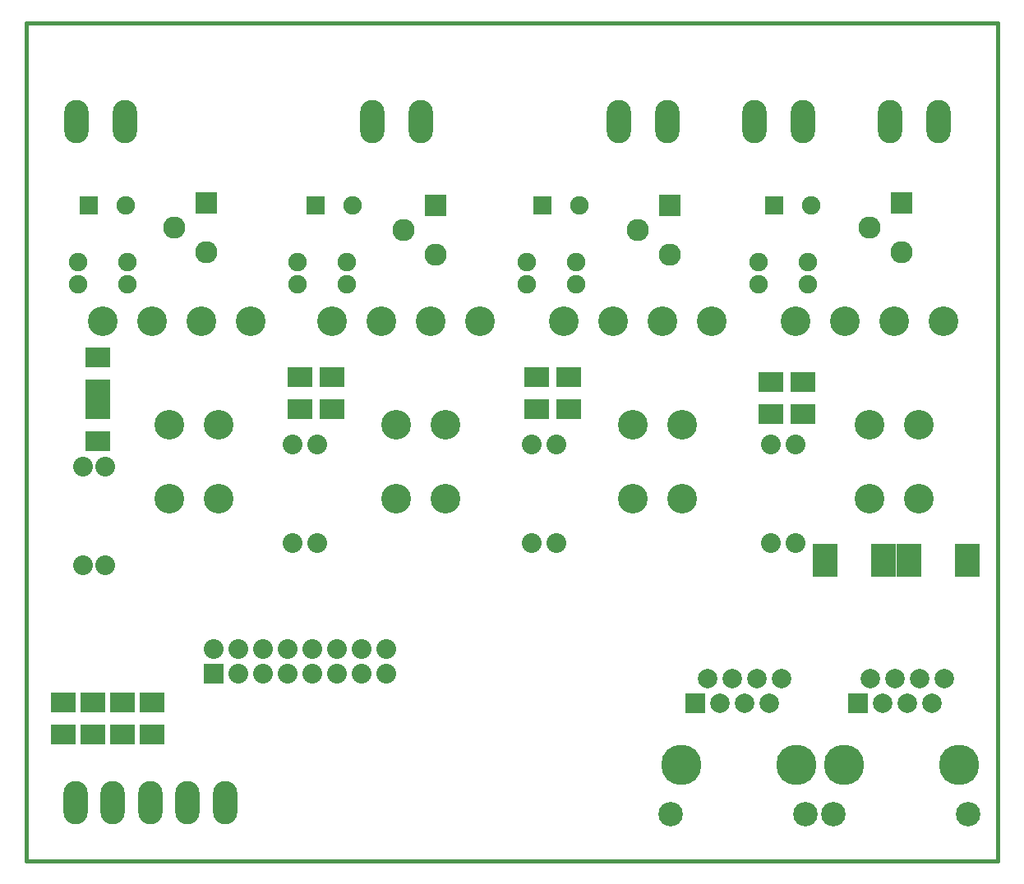
<source format=gts>
G04 (created by PCBNEW (2013-jul-07)-stable) date ven. 28 nov. 2014 17:15:50 CET*
%MOIN*%
G04 Gerber Fmt 3.4, Leading zero omitted, Abs format*
%FSLAX34Y34*%
G01*
G70*
G90*
G04 APERTURE LIST*
%ADD10C,0.00590551*%
%ADD11C,0.015*%
%ADD12R,0.1X0.08*%
%ADD13O,0.098X0.176*%
%ADD14C,0.12*%
%ADD15C,0.075*%
%ADD16R,0.075X0.075*%
%ADD17C,0.1637*%
%ADD18R,0.0791X0.0791*%
%ADD19C,0.0791*%
%ADD20C,0.0987402*%
%ADD21C,0.09*%
%ADD22R,0.09X0.09*%
%ADD23R,0.08X0.08*%
%ADD24C,0.08*%
%ADD25R,0.0987X0.1381*%
G04 APERTURE END LIST*
G54D10*
G54D11*
X71500Y-62000D02*
X110900Y-62000D01*
X71500Y-28000D02*
X110900Y-28000D01*
X110900Y-28000D02*
X110800Y-28000D01*
X110900Y-62000D02*
X110900Y-28000D01*
X71500Y-62000D02*
X71500Y-28000D01*
G54D12*
X74400Y-42850D03*
X74400Y-41550D03*
G54D13*
X75490Y-32000D03*
X73520Y-32000D03*
G54D14*
X105700Y-47300D03*
X105700Y-44300D03*
X107700Y-47300D03*
X107700Y-44300D03*
X96100Y-47300D03*
X96100Y-44300D03*
X98100Y-47300D03*
X98100Y-44300D03*
X86500Y-47300D03*
X86500Y-44300D03*
X88500Y-47300D03*
X88500Y-44300D03*
X77300Y-47300D03*
X77300Y-44300D03*
X79300Y-47300D03*
X79300Y-44300D03*
G54D12*
X103000Y-43850D03*
X103000Y-42550D03*
X101700Y-43850D03*
X101700Y-42550D03*
G54D14*
X102700Y-40100D03*
X104700Y-40100D03*
X106700Y-40100D03*
X108700Y-40100D03*
G54D12*
X93500Y-43650D03*
X93500Y-42350D03*
X92200Y-43650D03*
X92200Y-42350D03*
G54D14*
X93300Y-40100D03*
X95300Y-40100D03*
X97300Y-40100D03*
X99300Y-40100D03*
G54D12*
X83900Y-43650D03*
X83900Y-42350D03*
X82600Y-43650D03*
X82600Y-42350D03*
G54D14*
X83900Y-40100D03*
X85900Y-40100D03*
X87900Y-40100D03*
X89900Y-40100D03*
G54D12*
X74400Y-43650D03*
X74400Y-44950D03*
G54D14*
X74600Y-40100D03*
X76600Y-40100D03*
X78600Y-40100D03*
X80600Y-40100D03*
G54D15*
X101200Y-38600D03*
X103200Y-38600D03*
G54D16*
X101850Y-35400D03*
G54D15*
X103350Y-35400D03*
X101200Y-37700D03*
X103200Y-37700D03*
X91800Y-38600D03*
X93800Y-38600D03*
G54D16*
X92450Y-35400D03*
G54D15*
X93950Y-35400D03*
X91800Y-37700D03*
X93800Y-37700D03*
X82500Y-38600D03*
X84500Y-38600D03*
G54D16*
X83250Y-35400D03*
G54D15*
X84750Y-35400D03*
X82500Y-37700D03*
X84500Y-37700D03*
X73600Y-38600D03*
X75600Y-38600D03*
G54D16*
X74050Y-35400D03*
G54D15*
X75550Y-35400D03*
X73600Y-37700D03*
X75600Y-37700D03*
G54D17*
X109338Y-58112D03*
X104665Y-58112D03*
G54D18*
X105250Y-55612D03*
G54D19*
X105750Y-54612D03*
X106250Y-55612D03*
X106750Y-54612D03*
X107250Y-55612D03*
X107750Y-54612D03*
X108250Y-55612D03*
X108750Y-54612D03*
G54D20*
X104250Y-60112D03*
X109700Y-60112D03*
G54D17*
X102738Y-58112D03*
X98065Y-58112D03*
G54D18*
X98650Y-55612D03*
G54D19*
X99150Y-54612D03*
X99650Y-55612D03*
X100150Y-54612D03*
X100650Y-55612D03*
X101150Y-54612D03*
X101650Y-55612D03*
X102150Y-54612D03*
G54D20*
X97650Y-60112D03*
X103100Y-60112D03*
G54D13*
X108490Y-32000D03*
X106520Y-32000D03*
X102990Y-32000D03*
X101020Y-32000D03*
X97490Y-32000D03*
X95520Y-32000D03*
X87490Y-32000D03*
X85520Y-32000D03*
G54D12*
X73000Y-56850D03*
X73000Y-55550D03*
X76600Y-56850D03*
X76600Y-55550D03*
X74200Y-56850D03*
X74200Y-55550D03*
X75400Y-56850D03*
X75400Y-55550D03*
G54D13*
X73500Y-59645D03*
X75015Y-59645D03*
X76531Y-59645D03*
X78047Y-59645D03*
X79562Y-59645D03*
G54D21*
X78800Y-37300D03*
X77500Y-36300D03*
G54D22*
X78800Y-35300D03*
G54D21*
X88100Y-37400D03*
X86800Y-36400D03*
G54D22*
X88100Y-35400D03*
G54D21*
X107000Y-37300D03*
X105700Y-36300D03*
G54D22*
X107000Y-35300D03*
G54D23*
X79100Y-54400D03*
G54D24*
X79100Y-53400D03*
X80100Y-54400D03*
X80100Y-53400D03*
X81100Y-54400D03*
X81100Y-53400D03*
X82100Y-54400D03*
X82100Y-53400D03*
X83100Y-54400D03*
X83100Y-53400D03*
X84100Y-54400D03*
X84100Y-53400D03*
X85100Y-54400D03*
X85100Y-53400D03*
X86100Y-54400D03*
X86100Y-53400D03*
G54D21*
X97600Y-37400D03*
X96300Y-36400D03*
G54D22*
X97600Y-35400D03*
G54D25*
X109681Y-49800D03*
X107319Y-49800D03*
X106281Y-49800D03*
X103919Y-49800D03*
G54D24*
X101700Y-49100D03*
X101700Y-45100D03*
X102700Y-49100D03*
X102700Y-45100D03*
X93000Y-49100D03*
X93000Y-45100D03*
X92000Y-49100D03*
X92000Y-45100D03*
X73800Y-50000D03*
X73800Y-46000D03*
X74700Y-50000D03*
X74700Y-46000D03*
X83300Y-49100D03*
X83300Y-45100D03*
X82300Y-49100D03*
X82300Y-45100D03*
M02*

</source>
